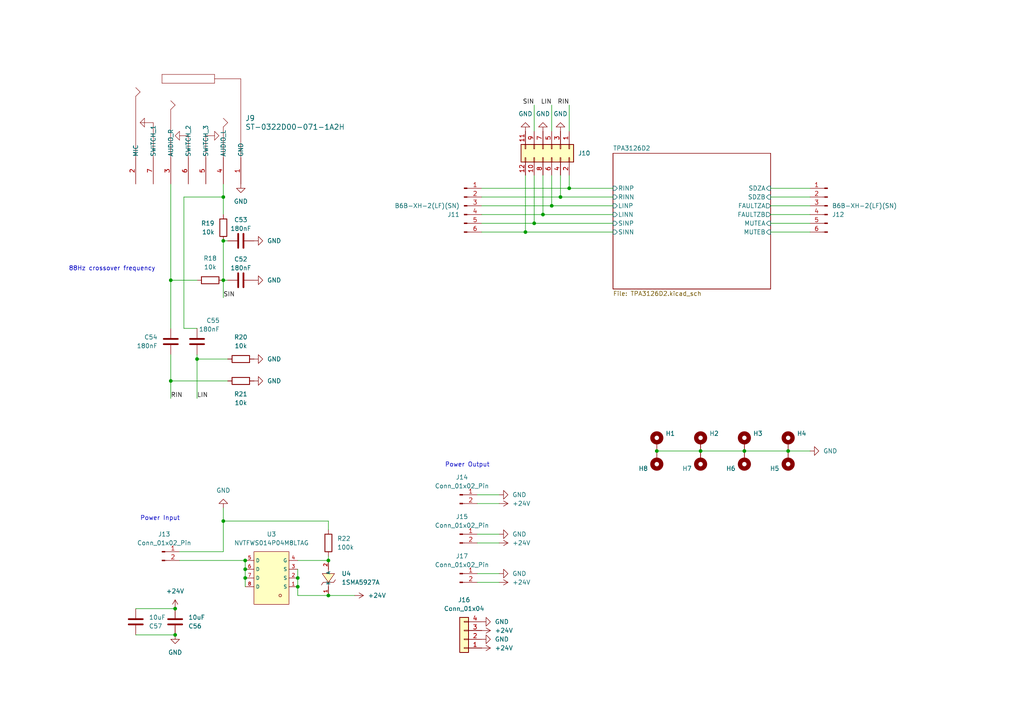
<source format=kicad_sch>
(kicad_sch (version 20231120) (generator "eeschema") (generator_version "8.0")
  (paper "A4")
  (lib_symbols
    (symbol "Connector:Conn_01x06_Pin" (pin_names (offset 1.016) hide)
      (property "Reference" "J" (at 0 7.62 0))
      (property "Value" "Conn_01x06_Pin" (at 0 -10.16 0))
      (symbol "Conn_01x06_Pin_1_1"
        (polyline (pts (xy 1.27 -7.62) (xy 0.8636 -7.62)) (stroke (width 0.1524)))
        (polyline (pts (xy 1.27 -5.08) (xy 0.8636 -5.08)) (stroke (width 0.1524)))
        (polyline (pts (xy 1.27 -2.54) (xy 0.8636 -2.54)) (stroke (width 0.1524)))
        (polyline (pts (xy 1.27 0) (xy 0.8636 0)) (stroke (width 0.1524)))
        (polyline (pts (xy 1.27 2.54) (xy 0.8636 2.54)) (stroke (width 0.1524)))
        (polyline (pts (xy 1.27 5.08) (xy 0.8636 5.08)) (stroke (width 0.1524)))
        (rectangle (start 0.8636 -7.493) (end 0 -7.747) (stroke (width 0.1524)) (fill (type outline)))
        (rectangle (start 0.8636 -4.953) (end 0 -5.207) (stroke (width 0.1524)) (fill (type outline)))
        (rectangle (start 0.8636 -2.413) (end 0 -2.667) (stroke (width 0.1524)) (fill (type outline)))
        (rectangle (start 0.8636 0.127) (end 0 -0.127) (stroke (width 0.1524)) (fill (type outline)))
        (rectangle (start 0.8636 2.667) (end 0 2.413) (stroke (width 0.1524)) (fill (type outline)))
        (rectangle (start 0.8636 5.207) (end 0 4.953) (stroke (width 0.1524)) (fill (type outline)))
        (pin passive line (at 5.08 5.08 180) (length 3.81) (name "Pin_1") (number "1"))
        (pin passive line (at 5.08 2.54 180) (length 3.81) (name "Pin_2") (number "2"))
        (pin passive line (at 5.08 0 180) (length 3.81) (name "Pin_3") (number "3"))
        (pin passive line (at 5.08 -2.54 180) (length 3.81) (name "Pin_4") (number "4"))
        (pin passive line (at 5.08 -5.08 180) (length 3.81) (name "Pin_5") (number "5"))
        (pin passive line (at 5.08 -7.62 180) (length 3.81) (name "Pin_6") (number "6"))
      )
    )
    (symbol "Connector_Generic:Conn_01x04" (pin_names (offset 1.016) hide)
      (property "Reference" "J" (at 0 5.08 0))
      (property "Value" "Conn_01x04" (at 0 -7.62 0))
      (symbol "Conn_01x04_1_1"
        (rectangle (start -1.27 -4.953) (end 0 -5.207) (stroke (width 0.1524)))
        (rectangle (start -1.27 -2.413) (end 0 -2.667) (stroke (width 0.1524)))
        (rectangle (start -1.27 0.127) (end 0 -0.127) (stroke (width 0.1524)))
        (rectangle (start -1.27 2.667) (end 0 2.413) (stroke (width 0.1524)))
        (rectangle (start -1.27 3.81) (end 1.27 -6.35) (stroke (width 0.254)) (fill (type background)))
        (pin passive line (at -5.08 2.54 0) (length 3.81) (name "Pin_1") (number "1"))
        (pin passive line (at -5.08 0 0) (length 3.81) (name "Pin_2") (number "2"))
        (pin passive line (at -5.08 -2.54 0) (length 3.81) (name "Pin_3") (number "3"))
        (pin passive line (at -5.08 -5.08 0) (length 3.81) (name "Pin_4") (number "4"))
      )
    )
    (symbol "Connector_Generic:Conn_02x06_Odd_Even" (pin_names (offset 1.016) hide)
      (property "Reference" "J" (at 1.27 7.62 0))
      (property "Value" "Conn_02x06_Odd_Even" (at 1.27 -10.16 0))
      (symbol "Conn_02x06_Odd_Even_1_1"
        (rectangle (start -1.27 -7.493) (end 0 -7.747) (stroke (width 0.1524)))
        (rectangle (start -1.27 -4.953) (end 0 -5.207) (stroke (width 0.1524)))
        (rectangle (start -1.27 -2.413) (end 0 -2.667) (stroke (width 0.1524)))
        (rectangle (start -1.27 0.127) (end 0 -0.127) (stroke (width 0.1524)))
        (rectangle (start -1.27 2.667) (end 0 2.413) (stroke (width 0.1524)))
        (rectangle (start -1.27 5.207) (end 0 4.953) (stroke (width 0.1524)))
        (rectangle (start -1.27 6.35) (end 3.81 -8.89) (stroke (width 0.254)) (fill (type background)))
        (rectangle (start 3.81 -7.493) (end 2.54 -7.747) (stroke (width 0.1524)))
        (rectangle (start 3.81 -4.953) (end 2.54 -5.207) (stroke (width 0.1524)))
        (rectangle (start 3.81 -2.413) (end 2.54 -2.667) (stroke (width 0.1524)))
        (rectangle (start 3.81 0.127) (end 2.54 -0.127) (stroke (width 0.1524)))
        (rectangle (start 3.81 2.667) (end 2.54 2.413) (stroke (width 0.1524)))
        (rectangle (start 3.81 5.207) (end 2.54 4.953) (stroke (width 0.1524)))
        (pin passive line (at -5.08 5.08 0) (length 3.81) (name "Pin_1") (number "1"))
        (pin passive line (at 7.62 -5.08 180) (length 3.81) (name "Pin_10") (number "10"))
        (pin passive line (at -5.08 -7.62 0) (length 3.81) (name "Pin_11") (number "11"))
        (pin passive line (at 7.62 -7.62 180) (length 3.81) (name "Pin_12") (number "12"))
        (pin passive line (at 7.62 5.08 180) (length 3.81) (name "Pin_2") (number "2"))
        (pin passive line (at -5.08 2.54 0) (length 3.81) (name "Pin_3") (number "3"))
        (pin passive line (at 7.62 2.54 180) (length 3.81) (name "Pin_4") (number "4"))
        (pin passive line (at -5.08 0 0) (length 3.81) (name "Pin_5") (number "5"))
        (pin passive line (at 7.62 0 180) (length 3.81) (name "Pin_6") (number "6"))
        (pin passive line (at -5.08 -2.54 0) (length 3.81) (name "Pin_7") (number "7"))
        (pin passive line (at 7.62 -2.54 180) (length 3.81) (name "Pin_8") (number "8"))
        (pin passive line (at -5.08 -5.08 0) (length 3.81) (name "Pin_9") (number "9"))
      )
    )
    (symbol "Endstufe:+24V" (power) (pin_names (offset 0))
      (property "Value" "+24V" (at 0 3.556 0))
      (symbol "+24V_0_1"
        (polyline (pts (xy -0.762 1.27) (xy 0 2.54)))
        (polyline (pts (xy 0 0) (xy 0 2.54)))
        (polyline (pts (xy 0 2.54) (xy 0.762 1.27)))
      )
      (symbol "+24V_1_1"
        (pin power_in line (at 0 0 90) (length 0) hide (name "+24V") (number "1"))
      )
    )
    (symbol "Endstufe:1SMA5927A"
      (property "Reference" "U" (at 0 1.27 0))
      (property "Value" "1SMA5927A" (at 0 -2.54 0))
      (symbol "1SMA5927A_0_1"
        (polyline (pts (xy -1.27 0) (xy -2.54 0)))
        (polyline (pts (xy 2.54 0) (xy 1.27 0)))
        (polyline (pts (xy -2.032 2.032) (xy -1.27 1.524) (xy -1.27 -1.524) (xy -0.508 -2.032)))
        (polyline (pts (xy 1.27 1.778) (xy -1.27 0) (xy 1.27 -1.778) (xy 1.27 1.778)) (fill (type background)))
        (pin unspecified line (at -5.08 0 0) (length 2.54) (name "K") (number "1"))
        (pin unspecified line (at 5.08 0 180) (length 2.54) (name "A") (number "2"))
      )
    )
    (symbol "Endstufe:C" (pin_numbers hide) (pin_names (offset 0.254))
      (property "Reference" "C" (at 0.635 2.54 0))
      (property "Value" "C" (at 0.635 -2.54 0))
      (symbol "C_0_1"
        (polyline (pts (xy -2.032 -0.762) (xy 2.032 -0.762)) (stroke (width 0.508)))
        (polyline (pts (xy -2.032 0.762) (xy 2.032 0.762)) (stroke (width 0.508)))
      )
      (symbol "C_1_1"
        (pin passive line (at 0 3.81 270) (length 2.794) (name "~") (number "1"))
        (pin passive line (at 0 -3.81 90) (length 2.794) (name "~") (number "2"))
      )
    )
    (symbol "Endstufe:Conn_01x02_Pin" (pin_names (offset 1.016) hide)
      (property "Reference" "J" (at 0 2.54 0))
      (property "Value" "Conn_01x02_Pin" (at 0 -5.08 0))
      (symbol "Conn_01x02_Pin_1_1"
        (polyline (pts (xy 1.27 -2.54) (xy 0.8636 -2.54)) (stroke (width 0.1524)))
        (polyline (pts (xy 1.27 0) (xy 0.8636 0)) (stroke (width 0.1524)))
        (rectangle (start 0.8636 -2.413) (end 0 -2.667) (stroke (width 0.1524)) (fill (type outline)))
        (rectangle (start 0.8636 0.127) (end 0 -0.127) (stroke (width 0.1524)) (fill (type outline)))
        (pin passive line (at 5.08 0 180) (length 3.81) (name "Pin_1") (number "1"))
        (pin passive line (at 5.08 -2.54 180) (length 3.81) (name "Pin_2") (number "2"))
      )
    )
    (symbol "Endstufe:GND" (power) (pin_names (offset 0))
      (property "Value" "GND" (at 0 -3.81 0))
      (symbol "GND_0_1"
        (polyline (pts (xy 0 0) (xy 0 -1.27) (xy 1.27 -1.27) (xy 0 -2.54) (xy -1.27 -1.27) (xy 0 -1.27)))
      )
      (symbol "GND_1_1"
        (pin power_in line (at 0 0 270) (length 0) hide (name "GND") (number "1"))
      )
    )
    (symbol "Endstufe:MountingHole_Pad" (pin_numbers hide) (pin_names (offset 1.016) hide)
      (property "Reference" "H" (at 0 6.35 0))
      (property "Value" "MountingHole_Pad" (at 0 4.445 0))
      (symbol "MountingHole_Pad_0_1"
        (circle (center 0 1.27) (radius 1.27) (stroke (width 1.27)))
      )
      (symbol "MountingHole_Pad_1_1"
        (pin input line (at 0 -2.54 90) (length 2.54) (name "1") (number "1"))
      )
    )
    (symbol "Endstufe:NVTFWS014P04M8LTAG"
      (property "Reference" "U" (at 0 1.27 0))
      (property "Value" "NVTFWS014P04M8LTAG" (at 0.254 -9.144 0))
      (symbol "NVTFWS014P04M8LTAG_0_1"
        (rectangle (start -5.08 7.62) (end 5.08 -7.62) (fill (type background)))
        (circle (center -2.54 5.08) (radius 0.381) (fill (type background)))
        (pin unspecified line (at -7.62 2.54 0) (length 2.54) (name "S") (number "1"))
        (pin unspecified line (at -7.62 0 0) (length 2.54) (name "S") (number "2"))
        (pin unspecified line (at -7.62 -2.54 0) (length 2.54) (name "S") (number "3"))
        (pin unspecified line (at -7.62 -5.08 0) (length 2.54) (name "G") (number "4"))
        (pin unspecified line (at 7.62 -5.08 180) (length 2.54) (name "D") (number "5"))
        (pin unspecified line (at 7.62 -2.54 180) (length 2.54) (name "D") (number "6"))
        (pin unspecified line (at 7.62 0 180) (length 2.54) (name "D") (number "7"))
        (pin unspecified line (at 7.62 2.54 180) (length 2.54) (name "D") (number "8"))
      )
    )
    (symbol "Endstufe:R" (pin_numbers hide) (pin_names (offset 0))
      (property "Reference" "R" (at 2.032 0 90))
      (property "Value" "R" (at 0 0 90))
      (symbol "R_0_1"
        (rectangle (start -1.016 -2.54) (end 1.016 2.54) (stroke (width 0.254)))
      )
      (symbol "R_1_1"
        (pin passive line (at 0 3.81 270) (length 1.27) (name "~") (number "1"))
        (pin passive line (at 0 -3.81 90) (length 1.27) (name "~") (number "2"))
      )
    )
    (symbol "Endstufe:ST-0322D00-071-1A2H" (pin_names (offset 0.254))
      (property "Reference" "J" (at -15.24 7.62 0))
      (property "Value" "ST-0322D00-071-1A2H" (at -15.24 5.08 0))
      (symbol "ST-0322D00-071-1A2H_0_1"
        (polyline (pts (xy -31.75 -22.86) (xy -31.75 -7.62)) (stroke (width 0.127)))
        (polyline (pts (xy -31.75 -7.62) (xy -29.21 -7.62)) (stroke (width 0.127)))
        (polyline (pts (xy -30.48 0) (xy -30.48 -7.62)) (stroke (width 0.127)))
        (polyline (pts (xy -29.21 -22.86) (xy -31.75 -22.86)) (stroke (width 0.127)))
        (polyline (pts (xy -29.21 -7.62) (xy -29.21 -22.86)) (stroke (width 0.127)))
        (polyline (pts (xy -26.67 -29.21) (xy -27.94 -30.48)) (stroke (width 0.127)))
        (polyline (pts (xy -26.67 -29.21) (xy -25.4 -30.48)) (stroke (width 0.127)))
        (polyline (pts (xy -22.86 -19.05) (xy -24.13 -20.32)) (stroke (width 0.127)))
        (polyline (pts (xy -22.86 -19.05) (xy -21.59 -20.32)) (stroke (width 0.127)))
        (polyline (pts (xy -19.05 -27.94) (xy -17.78 -27.94)) (stroke (width 0.127)))
        (polyline (pts (xy -17.78 -29.21) (xy -19.05 -27.94)) (stroke (width 0.127)))
        (polyline (pts (xy -17.78 -29.21) (xy -16.51 -27.94)) (stroke (width 0.127)))
        (polyline (pts (xy -17.78 -27.94) (xy -16.51 -27.94)) (stroke (width 0.127)))
        (polyline (pts (xy -17.78 -25.4) (xy -17.78 -29.21)) (stroke (width 0.127)))
        (polyline (pts (xy -17.78 -3.81) (xy -19.05 -5.08)) (stroke (width 0.127)))
        (polyline (pts (xy -17.78 -3.81) (xy -16.51 -5.08)) (stroke (width 0.127)))
        (polyline (pts (xy -15.24 -7.62) (xy -13.97 -6.35)) (stroke (width 0.127)))
        (polyline (pts (xy -13.97 -19.05) (xy -15.24 -17.78)) (stroke (width 0.127)))
        (polyline (pts (xy -13.97 -17.78) (xy -15.24 -17.78)) (stroke (width 0.127)))
        (polyline (pts (xy -13.97 -17.78) (xy -12.7 -17.78)) (stroke (width 0.127)))
        (polyline (pts (xy -13.97 -15.24) (xy -13.97 -17.78)) (stroke (width 0.127)))
        (polyline (pts (xy -13.97 -10.16) (xy -13.97 -7.62)) (stroke (width 0.127)))
        (polyline (pts (xy -13.97 -7.62) (xy -15.24 -7.62)) (stroke (width 0.127)))
        (polyline (pts (xy -13.97 -7.62) (xy -12.7 -7.62)) (stroke (width 0.127)))
        (polyline (pts (xy -12.7 -17.78) (xy -13.97 -19.05)) (stroke (width 0.127)))
        (polyline (pts (xy -12.7 -7.62) (xy -13.97 -6.35)) (stroke (width 0.127)))
        (polyline (pts (xy -7.62 -30.48) (xy -25.4 -30.48)) (stroke (width 0.127)))
        (polyline (pts (xy -7.62 -25.4) (xy -17.78 -25.4)) (stroke (width 0.127)))
        (polyline (pts (xy -7.62 -15.24) (xy -13.97 -15.24)) (stroke (width 0.127)))
        (polyline (pts (xy -7.62 -10.16) (xy -13.97 -10.16)) (stroke (width 0.127)))
        (polyline (pts (xy -7.62 -5.08) (xy -16.51 -5.08)) (stroke (width 0.127)))
        (polyline (pts (xy -7.62 0) (xy -30.48 0)) (stroke (width 0.127)))
        (polyline (pts (xy -3.81 -20.32) (xy -21.59 -20.32)) (stroke (width 0.127)))
        (pin power_out line (at 0 0 180) (length 7.62) (name "GND") (number "1"))
        (pin unspecified line (at 0 -30.48 180) (length 7.62) (name "MIC") (number "2"))
        (pin unspecified line (at 0 -20.32 180) (length 7.62) (name "AUDIO_R") (number "3"))
        (pin unspecified line (at 0 -5.08 180) (length 7.62) (name "AUDIO_L") (number "4"))
        (pin unspecified line (at 0 -10.16 180) (length 7.62) (name "SWITCH_3") (number "5"))
        (pin bidirectional line (at 0 -15.24 180) (length 7.62) (name "SWITCH_2") (number "6"))
        (pin bidirectional line (at 0 -25.4 180) (length 7.62) (name "SWITCH_1") (number "7"))
      )
    )
  )
  (junction (at 64.77 69.85))
  (junction (at 160.02 59.69))
  (junction (at 50.8 176.53))
  (junction (at 190.5 130.81))
  (junction (at 71.12 162.56))
  (junction (at 203.2 130.81))
  (junction (at 162.56 57.15))
  (junction (at 49.53 110.49))
  (junction (at 152.4 67.31))
  (junction (at 86.36 167.64))
  (junction (at 228.6 130.81))
  (junction (at 57.15 104.14))
  (junction (at 154.94 64.77))
  (junction (at 95.25 162.56))
  (junction (at 95.25 172.72))
  (junction (at 64.77 81.28))
  (junction (at 64.77 151.13))
  (junction (at 71.12 165.1))
  (junction (at 64.77 57.15))
  (junction (at 50.8 184.15))
  (junction (at 71.12 167.64))
  (junction (at 49.53 81.28))
  (junction (at 215.9 130.81))
  (junction (at 86.36 170.18))
  (junction (at 165.1 54.61))
  (junction (at 157.48 62.23))
  (wire (pts (xy 138.43 146.05) (xy 144.78 146.05)))
  (wire (pts (xy 177.8 64.77) (xy 154.94 64.77)))
  (wire (pts (xy 49.53 110.49) (xy 49.53 115.57)))
  (wire (pts (xy 139.7 54.61) (xy 165.1 54.61)))
  (wire (pts (xy 52.07 160.02) (xy 64.77 160.02)))
  (wire (pts (xy 223.52 59.69) (xy 234.95 59.69)))
  (wire (pts (xy 64.77 53.34) (xy 64.77 57.15)))
  (wire (pts (xy 64.77 86.36) (xy 64.77 81.28)))
  (wire (pts (xy 223.52 64.77) (xy 234.95 64.77)))
  (wire (pts (xy 177.8 57.15) (xy 162.56 57.15)))
  (wire (pts (xy 86.36 172.72) (xy 86.36 170.18)))
  (wire (pts (xy 165.1 30.48) (xy 165.1 38.1)))
  (wire (pts (xy 52.07 162.56) (xy 71.12 162.56)))
  (wire (pts (xy 154.94 30.48) (xy 154.94 38.1)))
  (wire (pts (xy 160.02 30.48) (xy 160.02 38.1)))
  (wire (pts (xy 86.36 165.1) (xy 86.36 167.64)))
  (wire (pts (xy 177.8 54.61) (xy 165.1 54.61)))
  (wire (pts (xy 53.34 57.15) (xy 53.34 95.25)))
  (wire (pts (xy 139.7 64.77) (xy 154.94 64.77)))
  (wire (pts (xy 95.25 153.67) (xy 95.25 151.13)))
  (wire (pts (xy 64.77 151.13) (xy 64.77 147.32)))
  (wire (pts (xy 49.53 53.34) (xy 49.53 81.28)))
  (wire (pts (xy 154.94 64.77) (xy 154.94 50.8)))
  (wire (pts (xy 64.77 57.15) (xy 53.34 57.15)))
  (wire (pts (xy 234.95 130.81) (xy 228.6 130.81)))
  (wire (pts (xy 139.7 62.23) (xy 157.48 62.23)))
  (wire (pts (xy 223.52 62.23) (xy 234.95 62.23)))
  (wire (pts (xy 64.77 160.02) (xy 64.77 151.13)))
  (wire (pts (xy 165.1 54.61) (xy 165.1 50.8)))
  (wire (pts (xy 223.52 67.31) (xy 234.95 67.31)))
  (wire (pts (xy 177.8 67.31) (xy 152.4 67.31)))
  (wire (pts (xy 138.43 166.37) (xy 144.78 166.37)))
  (wire (pts (xy 53.34 95.25) (xy 57.15 95.25)))
  (wire (pts (xy 139.7 57.15) (xy 162.56 57.15)))
  (wire (pts (xy 49.53 81.28) (xy 49.53 95.25)))
  (wire (pts (xy 223.52 57.15) (xy 234.95 57.15)))
  (wire (pts (xy 223.52 54.61) (xy 234.95 54.61)))
  (wire (pts (xy 86.36 162.56) (xy 95.25 162.56)))
  (wire (pts (xy 71.12 162.56) (xy 71.12 165.1)))
  (wire (pts (xy 39.37 176.53) (xy 50.8 176.53)))
  (wire (pts (xy 57.15 104.14) (xy 57.15 115.57)))
  (wire (pts (xy 39.37 184.15) (xy 50.8 184.15)))
  (wire (pts (xy 139.7 67.31) (xy 152.4 67.31)))
  (wire (pts (xy 162.56 57.15) (xy 162.56 50.8)))
  (wire (pts (xy 57.15 104.14) (xy 57.15 102.87)))
  (wire (pts (xy 177.8 62.23) (xy 157.48 62.23)))
  (wire (pts (xy 66.04 104.14) (xy 57.15 104.14)))
  (wire (pts (xy 95.25 172.72) (xy 86.36 172.72)))
  (wire (pts (xy 95.25 161.29) (xy 95.25 162.56)))
  (wire (pts (xy 138.43 143.51) (xy 144.78 143.51)))
  (wire (pts (xy 66.04 81.28) (xy 64.77 81.28)))
  (wire (pts (xy 64.77 57.15) (xy 64.77 62.23)))
  (wire (pts (xy 138.43 168.91) (xy 144.78 168.91)))
  (wire (pts (xy 138.43 154.94) (xy 144.78 154.94)))
  (wire (pts (xy 190.5 130.81) (xy 203.2 130.81)))
  (wire (pts (xy 177.8 59.69) (xy 160.02 59.69)))
  (wire (pts (xy 203.2 130.81) (xy 215.9 130.81)))
  (wire (pts (xy 138.43 157.48) (xy 144.78 157.48)))
  (wire (pts (xy 152.4 67.31) (xy 152.4 50.8)))
  (wire (pts (xy 71.12 167.64) (xy 71.12 170.18)))
  (wire (pts (xy 64.77 69.85) (xy 64.77 81.28)))
  (wire (pts (xy 95.25 151.13) (xy 64.77 151.13)))
  (wire (pts (xy 49.53 102.87) (xy 49.53 110.49)))
  (wire (pts (xy 157.48 62.23) (xy 157.48 50.8)))
  (wire (pts (xy 102.87 172.72) (xy 95.25 172.72)))
  (wire (pts (xy 49.53 81.28) (xy 57.15 81.28)))
  (wire (pts (xy 160.02 59.69) (xy 160.02 50.8)))
  (wire (pts (xy 139.7 59.69) (xy 160.02 59.69)))
  (wire (pts (xy 86.36 167.64) (xy 86.36 170.18)))
  (wire (pts (xy 66.04 69.85) (xy 64.77 69.85)))
  (wire (pts (xy 49.53 110.49) (xy 66.04 110.49)))
  (wire (pts (xy 215.9 130.81) (xy 228.6 130.81)))
  (wire (pts (xy 71.12 165.1) (xy 71.12 167.64)))
  (text "Power Input" (at 40.64 151.13 0) (effects (font (size 1.27 1.27)) (justify left bottom)))
  (text "88Hz crossover frequency\n\n" (at 32.512 78.994 0) (effects (font (size 1.27 1.27))))
  (text "Power Output" (at 129.032 135.636 0) (effects (font (size 1.27 1.27)) (justify left bottom)))
  (label "LIN" (at 57.15 115.57 0))
  (label "SIN" (at 154.94 30.48 180))
  (label "RIN" (at 49.53 115.57 0))
  (label "SIN" (at 64.77 86.36 0))
  (label "LIN" (at 160.02 30.48 180))
  (label "RIN" (at 165.1 30.48 180))
  (symbol (lib_id "Endstufe:GND") (at 157.48 38.1 0) (mirror x) (unit 1)
    (property "Reference" "#PWR028" (effects (hide yes)))
    (property "Value" "GND" (at 157.48 33.02 0))
    (property "Description" "Power symbol creates a global label with name \"GND\" , ground" (effects (hide yes)))
  )
  (symbol (lib_id "Endstufe:MountingHole_Pad") (at 203.2 133.35 180) (unit 1)
    (property "Reference" "H7" (at 200.66 135.8901 0) (effects (justify left)))
    (property "Value" "MountingHole_Pad" (effects (hide yes)))
    (property "Footprint" "Endstufe:MountingHole_3.2mm_M3_ISO14580_Pad" (effects (hide yes)))
    (property "Description" "Mounting Hole with connection" (effects (hide yes)))
  )
  (symbol (lib_id "Endstufe:MountingHole_Pad") (at 190.5 128.27 0) (unit 1)
    (property "Reference" "H1" (at 193.04 125.7299 0) (effects (justify left)))
    (property "Value" "MountingHole_Pad" (effects (hide yes)))
    (property "Footprint" "MountingHole:MountingHole_2.2mm_M2_ISO7380_Pad" (effects (hide yes)))
    (property "Description" "Mounting Hole with connection" (effects (hide yes)))
  )
  (symbol (lib_id "Endstufe:GND") (at 144.78 143.51 90) (unit 1)
    (property "Reference" "#PWR032" (effects (hide yes)))
    (property "Value" "GND" (at 148.59 143.5099 90) (effects (justify right)))
  )
  (symbol (lib_id "Endstufe:R") (at 69.85 110.49 90) (mirror x) (unit 1)
    (property "Reference" "R21" (at 69.85 114.3 90))
    (property "Value" "10k" (at 69.85 116.84 90))
    (property "Footprint" "Endstufe:C_0402_1005Metric" (effects (hide yes)))
    (property "LCSC Part #" "C25744" (effects (hide yes)))
  )
  (symbol (lib_id "Endstufe:GND") (at 73.66 69.85 90) (mirror x) (unit 1)
    (property "Reference" "#PWR025" (effects (hide yes)))
    (property "Value" "GND" (at 77.47 69.8499 90) (effects (justify right)))
    (property "Description" "Power symbol creates a global label with name \"GND\" , ground" (effects (hide yes)))
  )
  (symbol (lib_id "Endstufe:GND") (at 144.78 166.37 90) (unit 1)
    (property "Reference" "#PWR045" (effects (hide yes)))
    (property "Value" "GND" (at 148.59 166.3699 90) (effects (justify right)))
  )
  (symbol (lib_id "Endstufe:MountingHole_Pad") (at 228.6 133.35 180) (unit 1)
    (property "Reference" "H5" (at 226.06 135.8901 0) (effects (justify left)))
    (property "Value" "MountingHole_Pad" (effects (hide yes)))
    (property "Footprint" "Endstufe:MountingHole_3.2mm_M3_ISO14580_Pad" (effects (hide yes)))
    (property "Description" "Mounting Hole with connection" (effects (hide yes)))
  )
  (symbol (lib_id "Endstufe:C") (at 49.53 99.06 0) (mirror y) (unit 1)
    (property "Reference" "C54" (at 45.72 97.7899 0) (effects (justify left)))
    (property "Value" "180nF" (at 45.72 100.3299 0) (effects (justify left)))
    (property "Footprint" "Capacitor_SMD:C_0603_1608Metric" (effects (hide yes)))
    (property "Description" "Unpolarized capacitor" (effects (hide yes)))
    (property "LCSC" "C2760543" (effects (hide yes)))
  )
  (symbol (lib_id "Endstufe:MountingHole_Pad") (at 228.6 128.27 0) (unit 1)
    (property "Reference" "H4" (at 231.14 125.7299 0) (effects (justify left)))
    (property "Value" "MountingHole_Pad" (effects (hide yes)))
    (property "Footprint" "MountingHole:MountingHole_2.2mm_M2_ISO7380_Pad" (effects (hide yes)))
    (property "Description" "Mounting Hole with connection" (effects (hide yes)))
  )
  (symbol (lib_id "Endstufe:GND") (at 234.95 130.81 90) (unit 1)
    (property "Reference" "#PWR042" (effects (hide yes)))
    (property "Value" "GND" (at 238.76 130.8099 90) (effects (justify right)))
  )
  (symbol (lib_id "Endstufe:+24V") (at 102.87 172.72 270) (unit 1)
    (property "Reference" "#PWR035" (effects (hide yes)))
    (property "Value" "+24V" (at 106.68 172.7199 90) (effects (justify left)))
  )
  (symbol (lib_id "Endstufe:GND") (at 144.78 154.94 90) (unit 1)
    (property "Reference" "#PWR036" (effects (hide yes)))
    (property "Value" "GND" (at 148.59 154.9399 90) (effects (justify right)))
  )
  (symbol (lib_id "Endstufe:R") (at 69.85 104.14 90) (mirror x) (unit 1)
    (property "Reference" "R20" (at 69.85 97.79 90))
    (property "Value" "10k" (at 69.85 100.33 90))
    (property "Footprint" "Endstufe:C_0402_1005Metric" (effects (hide yes)))
    (property "LCSC Part #" "C25744" (effects (hide yes)))
  )
  (symbol (lib_id "Connector:Conn_01x06_Pin") (at 240.03 59.69 0) (mirror y) (unit 1)
    (property "Reference" "J12" (at 241.3 62.2301 0) (effects (justify right)))
    (property "Value" "B6B-XH-2(LF)(SN)" (at 241.3 59.6901 0) (effects (justify right)))
    (property "Footprint" "Endstufe:CONN-TH_B6B-XH-2-LF-SN" (effects (hide yes)))
    (property "Description" "Generic connector, single row, 01x06, script generated" (effects (hide yes)))
    (property "LCSC" "C157986" (effects (hide yes)))
  )
  (symbol (lib_id "Endstufe:C") (at 69.85 69.85 270) (mirror x) (unit 1)
    (property "Reference" "C53" (at 69.85 63.754 90))
    (property "Value" "180nF" (at 69.85 66.294 90))
    (property "Footprint" "Capacitor_SMD:C_0603_1608Metric" (effects (hide yes)))
    (property "Description" "Unpolarized capacitor" (effects (hide yes)))
    (property "LCSC" "C2760543" (effects (hide yes)))
  )
  (symbol (lib_id "Endstufe:GND") (at 73.66 81.28 90) (mirror x) (unit 1)
    (property "Reference" "#PWR024" (effects (hide yes)))
    (property "Value" "GND" (at 77.47 81.2799 90) (effects (justify right)))
    (property "Description" "Power symbol creates a global label with name \"GND\" , ground" (effects (hide yes)))
  )
  (symbol (lib_id "Endstufe:R") (at 60.96 81.28 90) (mirror x) (unit 1)
    (property "Reference" "R18" (at 60.96 74.93 90))
    (property "Value" "10k" (at 60.96 77.47 90))
    (property "Footprint" "Endstufe:C_0402_1005Metric" (effects (hide yes)))
    (property "LCSC Part #" "C25744" (effects (hide yes)))
  )
  (symbol (lib_id "Endstufe:GND") (at 73.66 104.14 90) (mirror x) (unit 1)
    (property "Reference" "#PWR030" (effects (hide yes)))
    (property "Value" "GND" (at 77.47 104.1399 90) (effects (justify right)))
    (property "Description" "Power symbol creates a global label with name \"GND\" , ground" (effects (hide yes)))
  )
  (symbol (lib_id "Endstufe:GND") (at 73.66 110.49 90) (mirror x) (unit 1)
    (property "Reference" "#PWR031" (effects (hide yes)))
    (property "Value" "GND" (at 77.47 110.4899 90) (effects (justify right)))
    (property "Description" "Power symbol creates a global label with name \"GND\" , ground" (effects (hide yes)))
  )
  (symbol (lib_id "Endstufe:GND") (at 139.7 185.42 90) (unit 1)
    (property "Reference" "#PWR040" (effects (hide yes)))
    (property "Value" "GND" (at 143.51 185.4199 90) (effects (justify right)))
  )
  (symbol (lib_id "Endstufe:Conn_01x02_Pin") (at 133.35 166.37 0) (unit 1)
    (property "Reference" "J17" (at 133.985 161.29 0))
    (property "Value" "Conn_01x02_Pin" (at 133.985 163.83 0))
    (property "Footprint" "Connector_JST:JST_XH_B2B-XH-A_1x02_P2.50mm_Vertical" (effects (hide yes)))
    (property "LCSC Part #" "C158012" (effects (hide yes)))
  )
  (symbol (lib_id "Connector_Generic:Conn_01x04") (at 134.62 185.42 180) (unit 1)
    (property "Reference" "J16" (at 134.62 173.99 0))
    (property "Value" "Conn_01x04" (at 134.62 176.53 0))
    (property "Footprint" "Connector_PinHeader_2.54mm:PinHeader_1x04_P2.54mm_Vertical" (effects (hide yes)))
    (property "Description" "Generic connector, single row, 01x04, script generated (kicad-library-utils/schlib/autogen/connector/)" (effects (hide yes)))
  )
  (symbol (lib_id "Endstufe:GND") (at 64.77 147.32 180) (unit 1)
    (property "Reference" "#PWR034" (effects (hide yes)))
    (property "Value" "GND" (at 64.77 142.24 0))
  )
  (symbol (lib_id "Endstufe:ST-0322D00-071-1A2H") (at 69.85 53.34 270) (unit 1)
    (property "Reference" "J9" (at 71.12 34.2899 90) (effects (font (size 1.524 1.524)) (justify left)))
    (property "Value" "ST-0322D00-071-1A2H" (at 71.12 36.8299 90) (effects (font (size 1.524 1.524)) (justify left)))
    (property "Footprint" "Endstufe:AUDIO-TH_ST-0322D00-071-1A2H" (effects (hide yes)))
    (property "Datasheet" "https://datasheet.lcsc.com/lcsc/2105241717_G-Switch-ST-0322D00-071-1A2H_C2829970.pdf" (effects (hide yes)))
    (property "LCSC Part #" "C2829970" (effects (hide yes)))
  )
  (symbol (lib_id "Endstufe:MountingHole_Pad") (at 203.2 128.27 0) (unit 1)
    (property "Reference" "H2" (at 205.74 125.7299 0) (effects (justify left)))
    (property "Value" "MountingHole_Pad" (effects (hide yes)))
    (property "Footprint" "MountingHole:MountingHole_2.2mm_M2_ISO7380_Pad" (effects (hide yes)))
    (property "Description" "Mounting Hole with connection" (effects (hide yes)))
  )
  (symbol (lib_id "Endstufe:+24V") (at 50.8 176.53 0) (unit 1)
    (property "Reference" "#PWR044" (effects (hide yes)))
    (property "Value" "+24V" (at 50.8 171.45 0))
  )
  (symbol (lib_id "Endstufe:MountingHole_Pad") (at 215.9 133.35 180) (unit 1)
    (property "Reference" "H6" (at 213.36 135.8901 0) (effects (justify left)))
    (property "Value" "MountingHole_Pad" (effects (hide yes)))
    (property "Footprint" "Endstufe:MountingHole_3.2mm_M3_ISO14580_Pad" (effects (hide yes)))
    (property "Description" "Mounting Hole with connection" (effects (hide yes)))
  )
  (symbol (lib_id "Endstufe:C") (at 39.37 180.34 0) (mirror x) (unit 1)
    (property "Reference" "C57" (at 43.18 181.61 0) (effects (justify left)))
    (property "Value" "10uF" (at 43.18 179.07 0) (effects (justify left)))
    (property "Footprint" "Endstufe:C_1206_3216Metric" (effects (hide yes)))
    (property "LCSC Part #" "C89632" (effects (hide yes)))
  )
  (symbol (lib_id "Endstufe:Conn_01x02_Pin") (at 133.35 143.51 0) (unit 1)
    (property "Reference" "J14" (at 133.985 138.43 0))
    (property "Value" "Conn_01x02_Pin" (at 133.985 140.97 0))
    (property "Footprint" "Connector_JST:JST_XH_B2B-XH-A_1x02_P2.50mm_Vertical" (effects (hide yes)))
    (property "LCSC Part #" "C158012" (effects (hide yes)))
  )
  (symbol (lib_id "Endstufe:GND") (at 162.56 38.1 0) (mirror x) (unit 1)
    (property "Reference" "#PWR029" (effects (hide yes)))
    (property "Value" "GND" (at 162.56 33.02 0))
    (property "Description" "Power symbol creates a global label with name \"GND\" , ground" (effects (hide yes)))
  )
  (symbol (lib_id "Endstufe:C") (at 69.85 81.28 270) (mirror x) (unit 1)
    (property "Reference" "C52" (at 69.85 75.184 90))
    (property "Value" "180nF" (at 69.85 77.724 90))
    (property "Footprint" "Capacitor_SMD:C_0603_1608Metric" (effects (hide yes)))
    (property "Description" "Unpolarized capacitor" (effects (hide yes)))
    (property "LCSC" "C2760543" (effects (hide yes)))
  )
  (symbol (lib_id "Endstufe:GND") (at 69.85 53.34 0) (mirror y) (unit 1)
    (property "Reference" "#PWR026" (effects (hide yes)))
    (property "Value" "GND" (at 69.85 58.42 0))
    (property "Description" "Power symbol creates a global label with name \"GND\" , ground" (effects (hide yes)))
  )
  (symbol (lib_id "Endstufe:MountingHole_Pad") (at 215.9 128.27 0) (unit 1)
    (property "Reference" "H3" (at 218.44 125.7299 0) (effects (justify left)))
    (property "Value" "MountingHole_Pad" (effects (hide yes)))
    (property "Footprint" "MountingHole:MountingHole_2.2mm_M2_ISO7380_Pad" (effects (hide yes)))
    (property "Description" "Mounting Hole with connection" (effects (hide yes)))
  )
  (symbol (lib_id "Endstufe:GND") (at 139.7 180.34 90) (unit 1)
    (property "Reference" "#PWR038" (effects (hide yes)))
    (property "Value" "GND" (at 143.51 180.3399 90) (effects (justify right)))
  )
  (symbol (lib_id "Endstufe:+24V") (at 139.7 182.88 270) (unit 1)
    (property "Reference" "#PWR039" (effects (hide yes)))
    (property "Value" "+24V" (at 143.51 182.8799 90) (effects (justify left)))
  )
  (symbol (lib_id "Endstufe:+24V") (at 144.78 157.48 270) (unit 1)
    (property "Reference" "#PWR037" (effects (hide yes)))
    (property "Value" "+24V" (at 148.59 157.4799 90) (effects (justify left)))
  )
  (symbol (lib_id "Connector_Generic:Conn_02x06_Odd_Even") (at 160.02 43.18 270) (unit 1)
    (property "Reference" "J10" (at 167.64 44.4499 90) (effects (justify left)))
    (property "Value" "Conn_02x06_Top_Bottom" (effects (hide yes)))
    (property "Footprint" "Connector_PinHeader_2.54mm:PinHeader_2x06_P2.54mm_Vertical" (effects (hide yes)))
    (property "Description" "Generic connector, double row, 02x06, odd/even pin numbering scheme (row 1 odd numbers, row 2 even numbers), script generated (kicad-library-utils/schlib/autogen/connector/)" (effects (hide yes)))
  )
  (symbol (lib_id "Endstufe:1SMA5927A") (at 95.25 167.64 90) (unit 1)
    (property "Reference" "U4" (at 99.06 166.3699 90) (effects (justify right)))
    (property "Value" "1SMA5927A" (at 99.06 168.9099 90) (effects (justify right)))
    (property "Footprint" "Endstufe:SMA_L4.3-W2.6-LS5.0-RD" (effects (hide yes)))
    (property "Datasheet" "https://item.szlcsc.com/543768.html" (effects (hide yes)))
    (property "LCSC" "C19077489" (effects (hide yes)))
  )
  (symbol (lib_id "Endstufe:R") (at 95.25 157.48 180) (unit 1)
    (property "Reference" "R22" (at 97.79 156.2099 0) (effects (justify right)))
    (property "Value" "100k" (at 97.79 158.7499 0) (effects (justify right)))
    (property "Footprint" "Endstufe:C_0603_1608Metric" (effects (hide yes)))
    (property "Description" "Resistor" (effects (hide yes)))
    (property "LCSC" "C25803" (effects (hide yes)))
  )
  (symbol (lib_id "Endstufe:C") (at 50.8 180.34 0) (mirror x) (unit 1)
    (property "Reference" "C56" (at 54.61 181.61 0) (effects (justify left)))
    (property "Value" "10uF" (at 54.61 179.07 0) (effects (justify left)))
    (property "Footprint" "Endstufe:C_1206_3216Metric" (effects (hide yes)))
    (property "LCSC Part #" "C89632" (effects (hide yes)))
  )
  (symbol (lib_id "Endstufe:GND") (at 152.4 38.1 0) (mirror x) (unit 1)
    (property "Reference" "#PWR027" (effects (hide yes)))
    (property "Value" "GND" (at 152.4 33.02 0))
    (property "Description" "Power symbol creates a global label with name \"GND\" , ground" (effects (hide yes)))
  )
  (symbol (lib_id "Endstufe:MountingHole_Pad") (at 190.5 133.35 180) (unit 1)
    (property "Reference" "H8" (at 187.96 135.8901 0) (effects (justify left)))
    (property "Value" "MountingHole_Pad" (effects (hide yes)))
    (property "Footprint" "Endstufe:MountingHole_3.2mm_M3_ISO14580_Pad" (effects (hide yes)))
    (property "Description" "Mounting Hole with connection" (effects (hide yes)))
  )
  (symbol (lib_id "Endstufe:NVTFWS014P04M8LTAG") (at 78.74 167.64 180) (unit 1)
    (property "Reference" "U3" (at 78.74 154.94 0))
    (property "Value" "NVTFWS014P04M8LTAG" (at 78.74 157.48 0))
    (property "Footprint" "Endstufe:POWERPAK-1212-8_L3.1-W3.1-P0.65-LS3.3-BL-SIS402DN-T1-GE3" (effects (hide yes)))
    (property "Datasheet" "https://atta.szlcsc.com/upload/public/pdf/source/20130809/1457706634054.pdf" (effects (hide yes)))
    (property "LCSC" "C900554" (effects (hide yes)))
  )
  (symbol (lib_id "Endstufe:Conn_01x02_Pin") (at 133.35 154.94 0) (unit 1)
    (property "Reference" "J15" (at 133.985 149.86 0))
    (property "Value" "Conn_01x02_Pin" (at 133.985 152.4 0))
    (property "Footprint" "Connector_JST:JST_XH_B2B-XH-A_1x02_P2.50mm_Vertical" (effects (hide yes)))
    (property "LCSC Part #" "C158012" (effects (hide yes)))
  )
  (symbol (lib_id "Endstufe:+24V") (at 139.7 187.96 270) (unit 1)
    (property "Reference" "#PWR041" (effects (hide yes)))
    (property "Value" "+24V" (at 143.51 187.9599 90) (effects (justify left)))
  )
  (symbol (lib_id "Endstufe:GND") (at 50.8 184.15 0) (unit 1)
    (property "Reference" "#PWR043" (effects (hide yes)))
    (property "Value" "GND" (at 50.8 189.23 0))
  )
  (symbol (lib_id "Endstufe:+24V") (at 144.78 168.91 270) (unit 1)
    (property "Reference" "#PWR046" (effects (hide yes)))
    (property "Value" "+24V" (at 148.59 168.9099 90) (effects (justify left)))
  )
  (symbol (lib_id "Endstufe:+24V") (at 144.78 146.05 270) (unit 1)
    (property "Reference" "#PWR033" (effects (hide yes)))
    (property "Value" "+24V" (at 148.59 146.0499 90) (effects (justify left)))
  )
  (symbol (lib_id "Connector:Conn_01x06_Pin") (at 134.62 59.69 0) (unit 1)
    (property "Reference" "J11" (at 133.35 62.2301 0) (effects (justify right)))
    (property "Value" "B6B-XH-2(LF)(SN)" (at 133.35 59.6901 0) (effects (justify right)))
    (property "Footprint" "Endstufe:CONN-TH_B6B-XH-2-LF-SN" (effects (hide yes)))
    (property "Description" "Generic connector, single row, 01x06, script generated" (effects (hide yes)))
    (property "LCSC" "C157986" (effects (hide yes)))
  )
  (symbol (lib_id "Endstufe:Conn_01x02_Pin") (at 46.99 160.02 0) (unit 1)
    (property "Reference" "J13" (at 47.625 154.94 0))
    (property "Value" "Conn_01x02_Pin" (at 47.625 157.48 0))
    (property "Footprint" "Endstufe:Molex_Sabre_43160-1102_1x02_P7.49mm_Horizontal" (effects (hide yes)))
    (property "LCSC Part #" "-" (effects (hide yes)))
  )
  (symbol (lib_id "Endstufe:C") (at 57.15 99.06 0) (mirror x) (unit 1)
    (property "Reference" "C55" (at 63.754 92.964 0) (effects (justify right)))
    (property "Value" "180nF" (at 63.754 95.504 0) (effects (justify right)))
    (property "Footprint" "Capacitor_SMD:C_0603_1608Metric" (effects (hide yes)))
    (property "Description" "Unpolarized capacitor" (effects (hide yes)))
    (property "LCSC" "C2760543" (effects (hide yes)))
  )
  (symbol (lib_id "Endstufe:R") (at 64.77 66.04 0) (mirror y) (unit 1)
    (property "Reference" "R19" (at 62.23 64.7699 0) (effects (justify left)))
    (property "Value" "10k" (at 62.23 67.3099 0) (effects (justify left)))
    (property "Footprint" "Endstufe:C_0402_1005Metric" (effects (hide yes)))
    (property "LCSC Part #" "C25744" (effects (hide yes)))
  )
  (sheet (at 177.8 44.45) (size 45.72 39.37) (stroke (width 0.1524))
    (property "Sheetname" "TPA3126D2" (at 177.8 43.7384 0) (effects (justify left bottom)))
    (property "Sheetfile" "TPA3126D2.kicad_sch" (at 177.8 84.4046 0) (effects (justify left top)))
    (pin "MUTEB" input (at 223.52 67.31 0))
    (pin "MUTEA" input (at 223.52 64.77 0))
    (pin "FAULTZB" output (at 223.52 62.23 0))
    (pin "SDZB" input (at 223.52 57.15 0))
    (pin "SINP" input (at 177.8 64.77 180))
    (pin "SINN" input (at 177.8 67.31 180))
    (pin "FAULTZA" output (at 223.52 59.69 0))
    (pin "SDZA" input (at 223.52 54.61 0))
    (pin "LINP" input (at 177.8 59.69 180))
    (pin "RINP" input (at 177.8 54.61 180))
    (pin "RINN" input (at 177.8 57.15 180))
    (pin "LINN" input (at 177.8 62.23 180))
  )
)
</source>
